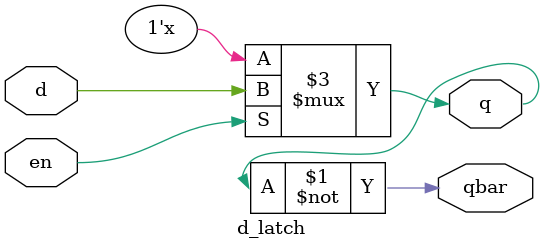
<source format=v>
`timescale 1ns / 1ps
module d_latch(input d,en ,output reg q,output qbar);
assign qbar=~q;
always@(d,en) begin;
if (en)
   q<=d;
   end
endmodule
</source>
